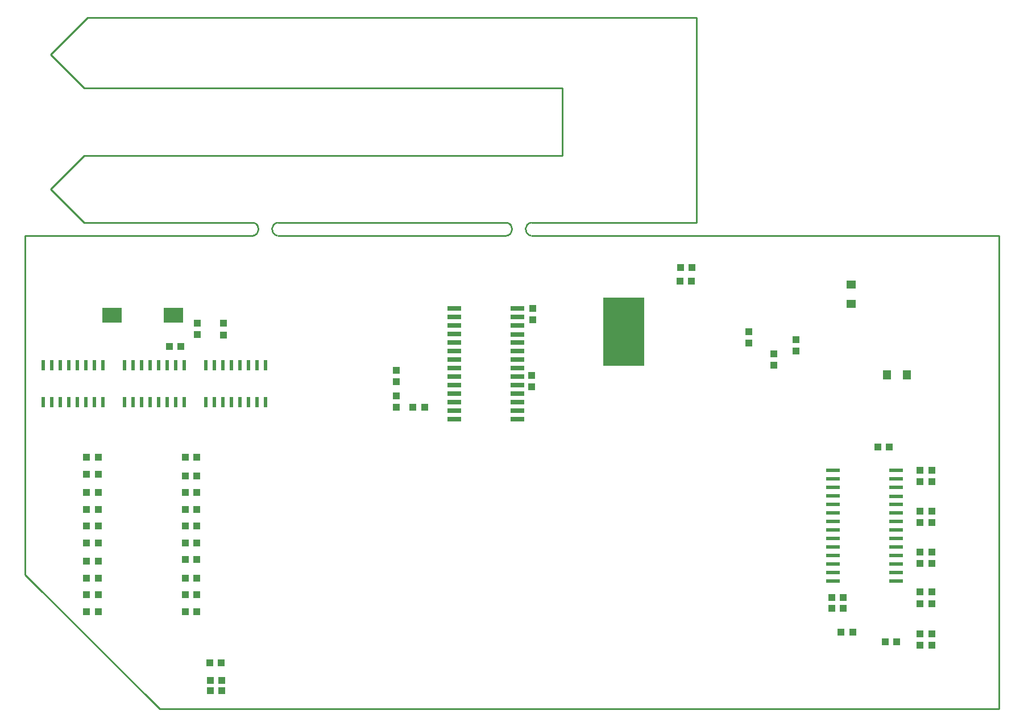
<source format=gtp>
%FSLAX44Y44*%
%MOMM*%
G71*
G01*
G75*
G04 Layer_Color=8421504*
%ADD10R,1.4000X1.3000*%
%ADD11R,1.0000X1.1000*%
%ADD12R,0.6000X1.5500*%
%ADD13R,1.1000X1.0000*%
%ADD14R,2.0000X0.6000*%
%ADD15R,6.1000X10.1600*%
%ADD16R,3.0000X2.3000*%
%ADD17R,2.0000X0.7000*%
%ADD18R,1.3000X1.4000*%
%ADD19C,0.2540*%
%ADD20C,0.5000*%
%ADD21C,1.5000*%
%ADD22C,1.0000*%
%ADD23C,0.7000*%
%ADD24C,7.0000*%
%ADD25C,0.4000*%
%ADD26C,2.0000*%
%ADD27C,2.0000*%
%ADD28R,1.6000X1.6000*%
%ADD29R,1.6000X1.6000*%
%ADD30C,1.8000*%
%ADD31C,1.5000*%
%ADD32R,1.5000X1.5000*%
%ADD33O,2.0000X1.1000*%
%ADD34O,1.0000X2.0000*%
%ADD35C,0.5000*%
%ADD36C,1.2000*%
%ADD37C,2.5000*%
%ADD38R,1.5000X1.5000*%
%ADD39C,2.2000*%
%ADD40O,1.5000X0.7500*%
%ADD41C,0.9000*%
%ADD42C,1.2700*%
%ADD43C,0.2000*%
%ADD44C,0.1000*%
%ADD45C,0.2032*%
D10*
X1230000Y632500D02*
D03*
Y603500D02*
D03*
D11*
X1147500Y533000D02*
D03*
Y550000D02*
D03*
X256000Y575000D02*
D03*
Y558000D02*
D03*
X295000Y574500D02*
D03*
Y557500D02*
D03*
X1115000Y529500D02*
D03*
Y512500D02*
D03*
X552500Y487500D02*
D03*
Y504500D02*
D03*
X552500Y466500D02*
D03*
Y449500D02*
D03*
X1332000Y217000D02*
D03*
Y234000D02*
D03*
X1350000D02*
D03*
Y217000D02*
D03*
X1332000Y278000D02*
D03*
Y295000D02*
D03*
X1350000Y295000D02*
D03*
Y278000D02*
D03*
Y356000D02*
D03*
Y339000D02*
D03*
X1332000Y339000D02*
D03*
Y356000D02*
D03*
Y157000D02*
D03*
Y174000D02*
D03*
Y95000D02*
D03*
Y112000D02*
D03*
X1350000D02*
D03*
Y95000D02*
D03*
X1350000Y174000D02*
D03*
Y157000D02*
D03*
X1077500Y562000D02*
D03*
Y545000D02*
D03*
X756000Y597000D02*
D03*
Y580000D02*
D03*
X754000Y480000D02*
D03*
Y497000D02*
D03*
D12*
X64650Y457000D02*
D03*
X77350D02*
D03*
X90050D02*
D03*
X102750D02*
D03*
X115450D02*
D03*
X51950D02*
D03*
X39250D02*
D03*
X26550D02*
D03*
Y512000D02*
D03*
X39250D02*
D03*
X51950D02*
D03*
X115450D02*
D03*
X102750D02*
D03*
X90050D02*
D03*
X77350D02*
D03*
X64650D02*
D03*
X185650Y457000D02*
D03*
X198350D02*
D03*
X211050D02*
D03*
X223750D02*
D03*
X236450D02*
D03*
X172950D02*
D03*
X160250D02*
D03*
X147550D02*
D03*
Y512000D02*
D03*
X160250D02*
D03*
X172950D02*
D03*
X236450D02*
D03*
X223750D02*
D03*
X211050D02*
D03*
X198350D02*
D03*
X185650D02*
D03*
X306650Y457000D02*
D03*
X319350D02*
D03*
X332050D02*
D03*
X344750D02*
D03*
X357450D02*
D03*
X293950D02*
D03*
X281250D02*
D03*
X268550D02*
D03*
Y512000D02*
D03*
X281250D02*
D03*
X293950D02*
D03*
X357450D02*
D03*
X344750D02*
D03*
X332050D02*
D03*
X319350D02*
D03*
X306650D02*
D03*
D13*
X594500Y450000D02*
D03*
X577500D02*
D03*
X992000Y637500D02*
D03*
X975000D02*
D03*
X1218000Y166000D02*
D03*
X1201000D02*
D03*
X1218000Y150000D02*
D03*
X1201000D02*
D03*
X1215000Y114000D02*
D03*
X1232000D02*
D03*
X1298000Y100000D02*
D03*
X1281000D02*
D03*
X1287000Y390000D02*
D03*
X1270000D02*
D03*
X292000Y69000D02*
D03*
X275000D02*
D03*
X293000Y42000D02*
D03*
X276000D02*
D03*
X293000Y27000D02*
D03*
X276000D02*
D03*
X255500Y145000D02*
D03*
X238500D02*
D03*
X255500Y170000D02*
D03*
X238500D02*
D03*
X255500Y195000D02*
D03*
X238500D02*
D03*
X255500Y222500D02*
D03*
X238500D02*
D03*
X255500Y247500D02*
D03*
X238500D02*
D03*
X255500Y272500D02*
D03*
X238500D02*
D03*
X255500Y297500D02*
D03*
X238500D02*
D03*
X255500Y322500D02*
D03*
X238500D02*
D03*
X255500Y347500D02*
D03*
X238500D02*
D03*
X255500Y375000D02*
D03*
X238500D02*
D03*
X91500Y322500D02*
D03*
X108500D02*
D03*
X91500Y297500D02*
D03*
X108500D02*
D03*
X91500Y272500D02*
D03*
X108500D02*
D03*
X91500Y247500D02*
D03*
X108500D02*
D03*
X91500Y220000D02*
D03*
X108500D02*
D03*
X91500Y195000D02*
D03*
X108500D02*
D03*
X91500Y170000D02*
D03*
X108500D02*
D03*
X91500Y145000D02*
D03*
X108500D02*
D03*
X91500Y350000D02*
D03*
X108500D02*
D03*
X91500Y375000D02*
D03*
X108500D02*
D03*
X975500Y657500D02*
D03*
X992500D02*
D03*
X232000Y540000D02*
D03*
X215000D02*
D03*
D14*
X1297000Y355700D02*
D03*
X1203000D02*
D03*
Y190600D02*
D03*
Y241400D02*
D03*
Y317600D02*
D03*
Y304900D02*
D03*
Y279500D02*
D03*
Y216000D02*
D03*
Y228700D02*
D03*
Y254100D02*
D03*
Y292200D02*
D03*
Y266800D02*
D03*
Y330300D02*
D03*
Y203300D02*
D03*
Y343000D02*
D03*
X1297000D02*
D03*
Y203300D02*
D03*
Y330300D02*
D03*
Y266800D02*
D03*
Y292200D02*
D03*
Y254100D02*
D03*
Y228700D02*
D03*
Y316900D02*
D03*
Y216000D02*
D03*
Y279500D02*
D03*
Y304900D02*
D03*
Y241400D02*
D03*
Y190600D02*
D03*
D15*
X891000Y562000D02*
D03*
D16*
X129000Y587000D02*
D03*
X221000D02*
D03*
D17*
X733000Y431600D02*
D03*
Y482400D02*
D03*
Y545900D02*
D03*
Y520500D02*
D03*
Y457000D02*
D03*
Y557900D02*
D03*
Y469700D02*
D03*
Y495100D02*
D03*
Y533200D02*
D03*
Y507800D02*
D03*
Y571300D02*
D03*
Y444300D02*
D03*
Y584000D02*
D03*
X639000D02*
D03*
Y444300D02*
D03*
Y571300D02*
D03*
Y507800D02*
D03*
Y533200D02*
D03*
Y495100D02*
D03*
Y469700D02*
D03*
Y457000D02*
D03*
Y520500D02*
D03*
Y545900D02*
D03*
Y558600D02*
D03*
Y482400D02*
D03*
Y431600D02*
D03*
Y596700D02*
D03*
X733000D02*
D03*
D18*
X1312500Y497500D02*
D03*
X1283500D02*
D03*
D19*
X338805Y705086D02*
G03*
X340088Y724659I-1305J9914D01*
G01*
X376195Y724914D02*
G03*
X374912Y705341I1305J-9914D01*
G01*
X753781Y724914D02*
G03*
X752498Y705341I1305J-9914D01*
G01*
X716392Y705086D02*
G03*
X717674Y724659I-1305J9914D01*
G01*
X-0Y200000D02*
Y705000D01*
Y200000D02*
X200000Y0D01*
X1450000D01*
Y705000D01*
X1450000Y705000D02*
X1450000Y705000D01*
X1000000Y705000D02*
X1450000D01*
X999915Y705086D02*
X1000000Y705000D01*
X753695Y705086D02*
X999915D01*
X753695Y724914D02*
X999914D01*
X1000000Y725000D01*
Y1030000D01*
X92500D02*
X1000000D01*
X37500Y975000D02*
X92500Y1030000D01*
X37500Y975000D02*
X87500Y925000D01*
X800000D01*
Y825000D02*
Y925000D01*
X87500Y825000D02*
X800000D01*
X37500Y775000D02*
X87500Y825000D01*
X37500Y775000D02*
X87500Y725000D01*
X339853D01*
X86Y705086D02*
X338805D01*
X-0Y705000D02*
X86Y705086D01*
X376195Y724914D02*
X717439D01*
X376195Y705086D02*
X716305D01*
M02*

</source>
